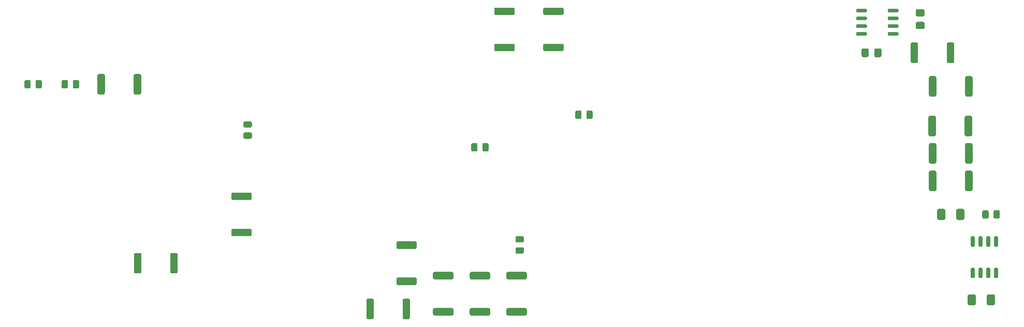
<source format=gbr>
%TF.GenerationSoftware,KiCad,Pcbnew,(5.1.10)-1*%
%TF.CreationDate,2021-11-03T21:28:22+01:00*%
%TF.ProjectId,Amplificatore,416d706c-6966-4696-9361-746f72652e6b,rev?*%
%TF.SameCoordinates,Original*%
%TF.FileFunction,Paste,Top*%
%TF.FilePolarity,Positive*%
%FSLAX46Y46*%
G04 Gerber Fmt 4.6, Leading zero omitted, Abs format (unit mm)*
G04 Created by KiCad (PCBNEW (5.1.10)-1) date 2021-11-03 21:28:22*
%MOMM*%
%LPD*%
G01*
G04 APERTURE LIST*
G04 APERTURE END LIST*
%TO.C,U4*%
G36*
G01*
X213245000Y-76880000D02*
X213545000Y-76880000D01*
G75*
G02*
X213695000Y-77030000I0J-150000D01*
G01*
X213695000Y-78480000D01*
G75*
G02*
X213545000Y-78630000I-150000J0D01*
G01*
X213245000Y-78630000D01*
G75*
G02*
X213095000Y-78480000I0J150000D01*
G01*
X213095000Y-77030000D01*
G75*
G02*
X213245000Y-76880000I150000J0D01*
G01*
G37*
G36*
G01*
X211975000Y-76880000D02*
X212275000Y-76880000D01*
G75*
G02*
X212425000Y-77030000I0J-150000D01*
G01*
X212425000Y-78480000D01*
G75*
G02*
X212275000Y-78630000I-150000J0D01*
G01*
X211975000Y-78630000D01*
G75*
G02*
X211825000Y-78480000I0J150000D01*
G01*
X211825000Y-77030000D01*
G75*
G02*
X211975000Y-76880000I150000J0D01*
G01*
G37*
G36*
G01*
X210705000Y-76880000D02*
X211005000Y-76880000D01*
G75*
G02*
X211155000Y-77030000I0J-150000D01*
G01*
X211155000Y-78480000D01*
G75*
G02*
X211005000Y-78630000I-150000J0D01*
G01*
X210705000Y-78630000D01*
G75*
G02*
X210555000Y-78480000I0J150000D01*
G01*
X210555000Y-77030000D01*
G75*
G02*
X210705000Y-76880000I150000J0D01*
G01*
G37*
G36*
G01*
X209435000Y-76880000D02*
X209735000Y-76880000D01*
G75*
G02*
X209885000Y-77030000I0J-150000D01*
G01*
X209885000Y-78480000D01*
G75*
G02*
X209735000Y-78630000I-150000J0D01*
G01*
X209435000Y-78630000D01*
G75*
G02*
X209285000Y-78480000I0J150000D01*
G01*
X209285000Y-77030000D01*
G75*
G02*
X209435000Y-76880000I150000J0D01*
G01*
G37*
G36*
G01*
X209435000Y-82030000D02*
X209735000Y-82030000D01*
G75*
G02*
X209885000Y-82180000I0J-150000D01*
G01*
X209885000Y-83630000D01*
G75*
G02*
X209735000Y-83780000I-150000J0D01*
G01*
X209435000Y-83780000D01*
G75*
G02*
X209285000Y-83630000I0J150000D01*
G01*
X209285000Y-82180000D01*
G75*
G02*
X209435000Y-82030000I150000J0D01*
G01*
G37*
G36*
G01*
X210705000Y-82030000D02*
X211005000Y-82030000D01*
G75*
G02*
X211155000Y-82180000I0J-150000D01*
G01*
X211155000Y-83630000D01*
G75*
G02*
X211005000Y-83780000I-150000J0D01*
G01*
X210705000Y-83780000D01*
G75*
G02*
X210555000Y-83630000I0J150000D01*
G01*
X210555000Y-82180000D01*
G75*
G02*
X210705000Y-82030000I150000J0D01*
G01*
G37*
G36*
G01*
X211975000Y-82030000D02*
X212275000Y-82030000D01*
G75*
G02*
X212425000Y-82180000I0J-150000D01*
G01*
X212425000Y-83630000D01*
G75*
G02*
X212275000Y-83780000I-150000J0D01*
G01*
X211975000Y-83780000D01*
G75*
G02*
X211825000Y-83630000I0J150000D01*
G01*
X211825000Y-82180000D01*
G75*
G02*
X211975000Y-82030000I150000J0D01*
G01*
G37*
G36*
G01*
X213245000Y-82030000D02*
X213545000Y-82030000D01*
G75*
G02*
X213695000Y-82180000I0J-150000D01*
G01*
X213695000Y-83630000D01*
G75*
G02*
X213545000Y-83780000I-150000J0D01*
G01*
X213245000Y-83780000D01*
G75*
G02*
X213095000Y-83630000I0J150000D01*
G01*
X213095000Y-82180000D01*
G75*
G02*
X213245000Y-82030000I150000J0D01*
G01*
G37*
%TD*%
%TO.C,R38*%
G36*
G01*
X211153000Y-73780001D02*
X211153000Y-72879999D01*
G75*
G02*
X211402999Y-72630000I249999J0D01*
G01*
X211928001Y-72630000D01*
G75*
G02*
X212178000Y-72879999I0J-249999D01*
G01*
X212178000Y-73780001D01*
G75*
G02*
X211928001Y-74030000I-249999J0D01*
G01*
X211402999Y-74030000D01*
G75*
G02*
X211153000Y-73780001I0J249999D01*
G01*
G37*
G36*
G01*
X212978000Y-73780001D02*
X212978000Y-72879999D01*
G75*
G02*
X213227999Y-72630000I249999J0D01*
G01*
X213753001Y-72630000D01*
G75*
G02*
X214003000Y-72879999I0J-249999D01*
G01*
X214003000Y-73780001D01*
G75*
G02*
X213753001Y-74030000I-249999J0D01*
G01*
X213227999Y-74030000D01*
G75*
G02*
X212978000Y-73780001I0J249999D01*
G01*
G37*
%TD*%
%TO.C,C33*%
G36*
G01*
X203765000Y-73980001D02*
X203765000Y-72679999D01*
G75*
G02*
X204014999Y-72430000I249999J0D01*
G01*
X204840001Y-72430000D01*
G75*
G02*
X205090000Y-72679999I0J-249999D01*
G01*
X205090000Y-73980001D01*
G75*
G02*
X204840001Y-74230000I-249999J0D01*
G01*
X204014999Y-74230000D01*
G75*
G02*
X203765000Y-73980001I0J249999D01*
G01*
G37*
G36*
G01*
X206890000Y-73980001D02*
X206890000Y-72679999D01*
G75*
G02*
X207139999Y-72430000I249999J0D01*
G01*
X207965001Y-72430000D01*
G75*
G02*
X208215000Y-72679999I0J-249999D01*
G01*
X208215000Y-73980001D01*
G75*
G02*
X207965001Y-74230000I-249999J0D01*
G01*
X207139999Y-74230000D01*
G75*
G02*
X206890000Y-73980001I0J249999D01*
G01*
G37*
%TD*%
%TO.C,C32*%
G36*
G01*
X213215000Y-86679999D02*
X213215000Y-87980001D01*
G75*
G02*
X212965001Y-88230000I-249999J0D01*
G01*
X212139999Y-88230000D01*
G75*
G02*
X211890000Y-87980001I0J249999D01*
G01*
X211890000Y-86679999D01*
G75*
G02*
X212139999Y-86430000I249999J0D01*
G01*
X212965001Y-86430000D01*
G75*
G02*
X213215000Y-86679999I0J-249999D01*
G01*
G37*
G36*
G01*
X210090000Y-86679999D02*
X210090000Y-87980001D01*
G75*
G02*
X209840001Y-88230000I-249999J0D01*
G01*
X209014999Y-88230000D01*
G75*
G02*
X208765000Y-87980001I0J249999D01*
G01*
X208765000Y-86679999D01*
G75*
G02*
X209014999Y-86430000I249999J0D01*
G01*
X209840001Y-86430000D01*
G75*
G02*
X210090000Y-86679999I0J-249999D01*
G01*
G37*
%TD*%
%TO.C,R36*%
G36*
G01*
X202415000Y-53755000D02*
X202415000Y-50905000D01*
G75*
G02*
X202665000Y-50655000I250000J0D01*
G01*
X203390000Y-50655000D01*
G75*
G02*
X203640000Y-50905000I0J-250000D01*
G01*
X203640000Y-53755000D01*
G75*
G02*
X203390000Y-54005000I-250000J0D01*
G01*
X202665000Y-54005000D01*
G75*
G02*
X202415000Y-53755000I0J250000D01*
G01*
G37*
G36*
G01*
X208340000Y-53755000D02*
X208340000Y-50905000D01*
G75*
G02*
X208590000Y-50655000I250000J0D01*
G01*
X209315000Y-50655000D01*
G75*
G02*
X209565000Y-50905000I0J-250000D01*
G01*
X209565000Y-53755000D01*
G75*
G02*
X209315000Y-54005000I-250000J0D01*
G01*
X208590000Y-54005000D01*
G75*
G02*
X208340000Y-53755000I0J250000D01*
G01*
G37*
%TD*%
%TO.C,C24*%
G36*
G01*
X200515000Y-39705000D02*
X201465000Y-39705000D01*
G75*
G02*
X201715000Y-39955000I0J-250000D01*
G01*
X201715000Y-40630000D01*
G75*
G02*
X201465000Y-40880000I-250000J0D01*
G01*
X200515000Y-40880000D01*
G75*
G02*
X200265000Y-40630000I0J250000D01*
G01*
X200265000Y-39955000D01*
G75*
G02*
X200515000Y-39705000I250000J0D01*
G01*
G37*
G36*
G01*
X200515000Y-41780000D02*
X201465000Y-41780000D01*
G75*
G02*
X201715000Y-42030000I0J-250000D01*
G01*
X201715000Y-42705000D01*
G75*
G02*
X201465000Y-42955000I-250000J0D01*
G01*
X200515000Y-42955000D01*
G75*
G02*
X200265000Y-42705000I0J250000D01*
G01*
X200265000Y-42030000D01*
G75*
G02*
X200515000Y-41780000I250000J0D01*
G01*
G37*
%TD*%
%TO.C,C23*%
G36*
G01*
X191403000Y-47305000D02*
X191403000Y-46355000D01*
G75*
G02*
X191653000Y-46105000I250000J0D01*
G01*
X192328000Y-46105000D01*
G75*
G02*
X192578000Y-46355000I0J-250000D01*
G01*
X192578000Y-47305000D01*
G75*
G02*
X192328000Y-47555000I-250000J0D01*
G01*
X191653000Y-47555000D01*
G75*
G02*
X191403000Y-47305000I0J250000D01*
G01*
G37*
G36*
G01*
X193478000Y-47305000D02*
X193478000Y-46355000D01*
G75*
G02*
X193728000Y-46105000I250000J0D01*
G01*
X194403000Y-46105000D01*
G75*
G02*
X194653000Y-46355000I0J-250000D01*
G01*
X194653000Y-47305000D01*
G75*
G02*
X194403000Y-47555000I-250000J0D01*
G01*
X193728000Y-47555000D01*
G75*
G02*
X193478000Y-47305000I0J250000D01*
G01*
G37*
%TD*%
%TO.C,U3*%
G36*
G01*
X190540000Y-40075000D02*
X190540000Y-39775000D01*
G75*
G02*
X190690000Y-39625000I150000J0D01*
G01*
X192140000Y-39625000D01*
G75*
G02*
X192290000Y-39775000I0J-150000D01*
G01*
X192290000Y-40075000D01*
G75*
G02*
X192140000Y-40225000I-150000J0D01*
G01*
X190690000Y-40225000D01*
G75*
G02*
X190540000Y-40075000I0J150000D01*
G01*
G37*
G36*
G01*
X190540000Y-41345000D02*
X190540000Y-41045000D01*
G75*
G02*
X190690000Y-40895000I150000J0D01*
G01*
X192140000Y-40895000D01*
G75*
G02*
X192290000Y-41045000I0J-150000D01*
G01*
X192290000Y-41345000D01*
G75*
G02*
X192140000Y-41495000I-150000J0D01*
G01*
X190690000Y-41495000D01*
G75*
G02*
X190540000Y-41345000I0J150000D01*
G01*
G37*
G36*
G01*
X190540000Y-42615000D02*
X190540000Y-42315000D01*
G75*
G02*
X190690000Y-42165000I150000J0D01*
G01*
X192140000Y-42165000D01*
G75*
G02*
X192290000Y-42315000I0J-150000D01*
G01*
X192290000Y-42615000D01*
G75*
G02*
X192140000Y-42765000I-150000J0D01*
G01*
X190690000Y-42765000D01*
G75*
G02*
X190540000Y-42615000I0J150000D01*
G01*
G37*
G36*
G01*
X190540000Y-43885000D02*
X190540000Y-43585000D01*
G75*
G02*
X190690000Y-43435000I150000J0D01*
G01*
X192140000Y-43435000D01*
G75*
G02*
X192290000Y-43585000I0J-150000D01*
G01*
X192290000Y-43885000D01*
G75*
G02*
X192140000Y-44035000I-150000J0D01*
G01*
X190690000Y-44035000D01*
G75*
G02*
X190540000Y-43885000I0J150000D01*
G01*
G37*
G36*
G01*
X195690000Y-43885000D02*
X195690000Y-43585000D01*
G75*
G02*
X195840000Y-43435000I150000J0D01*
G01*
X197290000Y-43435000D01*
G75*
G02*
X197440000Y-43585000I0J-150000D01*
G01*
X197440000Y-43885000D01*
G75*
G02*
X197290000Y-44035000I-150000J0D01*
G01*
X195840000Y-44035000D01*
G75*
G02*
X195690000Y-43885000I0J150000D01*
G01*
G37*
G36*
G01*
X195690000Y-42615000D02*
X195690000Y-42315000D01*
G75*
G02*
X195840000Y-42165000I150000J0D01*
G01*
X197290000Y-42165000D01*
G75*
G02*
X197440000Y-42315000I0J-150000D01*
G01*
X197440000Y-42615000D01*
G75*
G02*
X197290000Y-42765000I-150000J0D01*
G01*
X195840000Y-42765000D01*
G75*
G02*
X195690000Y-42615000I0J150000D01*
G01*
G37*
G36*
G01*
X195690000Y-41345000D02*
X195690000Y-41045000D01*
G75*
G02*
X195840000Y-40895000I150000J0D01*
G01*
X197290000Y-40895000D01*
G75*
G02*
X197440000Y-41045000I0J-150000D01*
G01*
X197440000Y-41345000D01*
G75*
G02*
X197290000Y-41495000I-150000J0D01*
G01*
X195840000Y-41495000D01*
G75*
G02*
X195690000Y-41345000I0J150000D01*
G01*
G37*
G36*
G01*
X195690000Y-40075000D02*
X195690000Y-39775000D01*
G75*
G02*
X195840000Y-39625000I150000J0D01*
G01*
X197290000Y-39625000D01*
G75*
G02*
X197440000Y-39775000I0J-150000D01*
G01*
X197440000Y-40075000D01*
G75*
G02*
X197290000Y-40225000I-150000J0D01*
G01*
X195840000Y-40225000D01*
G75*
G02*
X195690000Y-40075000I0J150000D01*
G01*
G37*
%TD*%
%TO.C,R34*%
G36*
G01*
X202415000Y-69255000D02*
X202415000Y-66405000D01*
G75*
G02*
X202665000Y-66155000I250000J0D01*
G01*
X203390000Y-66155000D01*
G75*
G02*
X203640000Y-66405000I0J-250000D01*
G01*
X203640000Y-69255000D01*
G75*
G02*
X203390000Y-69505000I-250000J0D01*
G01*
X202665000Y-69505000D01*
G75*
G02*
X202415000Y-69255000I0J250000D01*
G01*
G37*
G36*
G01*
X208340000Y-69255000D02*
X208340000Y-66405000D01*
G75*
G02*
X208590000Y-66155000I250000J0D01*
G01*
X209315000Y-66155000D01*
G75*
G02*
X209565000Y-66405000I0J-250000D01*
G01*
X209565000Y-69255000D01*
G75*
G02*
X209315000Y-69505000I-250000J0D01*
G01*
X208590000Y-69505000D01*
G75*
G02*
X208340000Y-69255000I0J250000D01*
G01*
G37*
%TD*%
%TO.C,R33*%
G36*
G01*
X202415000Y-64755000D02*
X202415000Y-61905000D01*
G75*
G02*
X202665000Y-61655000I250000J0D01*
G01*
X203390000Y-61655000D01*
G75*
G02*
X203640000Y-61905000I0J-250000D01*
G01*
X203640000Y-64755000D01*
G75*
G02*
X203390000Y-65005000I-250000J0D01*
G01*
X202665000Y-65005000D01*
G75*
G02*
X202415000Y-64755000I0J250000D01*
G01*
G37*
G36*
G01*
X208340000Y-64755000D02*
X208340000Y-61905000D01*
G75*
G02*
X208590000Y-61655000I250000J0D01*
G01*
X209315000Y-61655000D01*
G75*
G02*
X209565000Y-61905000I0J-250000D01*
G01*
X209565000Y-64755000D01*
G75*
G02*
X209315000Y-65005000I-250000J0D01*
G01*
X208590000Y-65005000D01*
G75*
G02*
X208340000Y-64755000I0J250000D01*
G01*
G37*
%TD*%
%TO.C,R32*%
G36*
G01*
X202345000Y-60255000D02*
X202345000Y-57405000D01*
G75*
G02*
X202595000Y-57155000I250000J0D01*
G01*
X203320000Y-57155000D01*
G75*
G02*
X203570000Y-57405000I0J-250000D01*
G01*
X203570000Y-60255000D01*
G75*
G02*
X203320000Y-60505000I-250000J0D01*
G01*
X202595000Y-60505000D01*
G75*
G02*
X202345000Y-60255000I0J250000D01*
G01*
G37*
G36*
G01*
X208270000Y-60255000D02*
X208270000Y-57405000D01*
G75*
G02*
X208520000Y-57155000I250000J0D01*
G01*
X209245000Y-57155000D01*
G75*
G02*
X209495000Y-57405000I0J-250000D01*
G01*
X209495000Y-60255000D01*
G75*
G02*
X209245000Y-60505000I-250000J0D01*
G01*
X208520000Y-60505000D01*
G75*
G02*
X208270000Y-60255000I0J250000D01*
G01*
G37*
%TD*%
%TO.C,R31*%
G36*
G01*
X206565000Y-45405000D02*
X206565000Y-48255000D01*
G75*
G02*
X206315000Y-48505000I-250000J0D01*
G01*
X205590000Y-48505000D01*
G75*
G02*
X205340000Y-48255000I0J250000D01*
G01*
X205340000Y-45405000D01*
G75*
G02*
X205590000Y-45155000I250000J0D01*
G01*
X206315000Y-45155000D01*
G75*
G02*
X206565000Y-45405000I0J-250000D01*
G01*
G37*
G36*
G01*
X200640000Y-45405000D02*
X200640000Y-48255000D01*
G75*
G02*
X200390000Y-48505000I-250000J0D01*
G01*
X199665000Y-48505000D01*
G75*
G02*
X199415000Y-48255000I0J250000D01*
G01*
X199415000Y-45405000D01*
G75*
G02*
X199665000Y-45155000I250000J0D01*
G01*
X200390000Y-45155000D01*
G75*
G02*
X200640000Y-45405000I0J-250000D01*
G01*
G37*
%TD*%
%TO.C,R24*%
G36*
G01*
X139575000Y-39425000D02*
X142425000Y-39425000D01*
G75*
G02*
X142675000Y-39675000I0J-250000D01*
G01*
X142675000Y-40400000D01*
G75*
G02*
X142425000Y-40650000I-250000J0D01*
G01*
X139575000Y-40650000D01*
G75*
G02*
X139325000Y-40400000I0J250000D01*
G01*
X139325000Y-39675000D01*
G75*
G02*
X139575000Y-39425000I250000J0D01*
G01*
G37*
G36*
G01*
X139575000Y-45350000D02*
X142425000Y-45350000D01*
G75*
G02*
X142675000Y-45600000I0J-250000D01*
G01*
X142675000Y-46325000D01*
G75*
G02*
X142425000Y-46575000I-250000J0D01*
G01*
X139575000Y-46575000D01*
G75*
G02*
X139325000Y-46325000I0J250000D01*
G01*
X139325000Y-45600000D01*
G75*
G02*
X139575000Y-45350000I250000J0D01*
G01*
G37*
%TD*%
%TO.C,R23*%
G36*
G01*
X135039999Y-76905000D02*
X135940001Y-76905000D01*
G75*
G02*
X136190000Y-77154999I0J-249999D01*
G01*
X136190000Y-77680001D01*
G75*
G02*
X135940001Y-77930000I-249999J0D01*
G01*
X135039999Y-77930000D01*
G75*
G02*
X134790000Y-77680001I0J249999D01*
G01*
X134790000Y-77154999D01*
G75*
G02*
X135039999Y-76905000I249999J0D01*
G01*
G37*
G36*
G01*
X135039999Y-78730000D02*
X135940001Y-78730000D01*
G75*
G02*
X136190000Y-78979999I0J-249999D01*
G01*
X136190000Y-79505001D01*
G75*
G02*
X135940001Y-79755000I-249999J0D01*
G01*
X135039999Y-79755000D01*
G75*
G02*
X134790000Y-79505001I0J249999D01*
G01*
X134790000Y-78979999D01*
G75*
G02*
X135039999Y-78730000I249999J0D01*
G01*
G37*
%TD*%
%TO.C,R2*%
G36*
G01*
X60575000Y-52450001D02*
X60575000Y-51549999D01*
G75*
G02*
X60824999Y-51300000I249999J0D01*
G01*
X61350001Y-51300000D01*
G75*
G02*
X61600000Y-51549999I0J-249999D01*
G01*
X61600000Y-52450001D01*
G75*
G02*
X61350001Y-52700000I-249999J0D01*
G01*
X60824999Y-52700000D01*
G75*
G02*
X60575000Y-52450001I0J249999D01*
G01*
G37*
G36*
G01*
X62400000Y-52450001D02*
X62400000Y-51549999D01*
G75*
G02*
X62649999Y-51300000I249999J0D01*
G01*
X63175001Y-51300000D01*
G75*
G02*
X63425000Y-51549999I0J-249999D01*
G01*
X63425000Y-52450001D01*
G75*
G02*
X63175001Y-52700000I-249999J0D01*
G01*
X62649999Y-52700000D01*
G75*
G02*
X62400000Y-52450001I0J249999D01*
G01*
G37*
%TD*%
%TO.C,R20*%
G36*
G01*
X133565000Y-82755000D02*
X136415000Y-82755000D01*
G75*
G02*
X136665000Y-83005000I0J-250000D01*
G01*
X136665000Y-83730000D01*
G75*
G02*
X136415000Y-83980000I-250000J0D01*
G01*
X133565000Y-83980000D01*
G75*
G02*
X133315000Y-83730000I0J250000D01*
G01*
X133315000Y-83005000D01*
G75*
G02*
X133565000Y-82755000I250000J0D01*
G01*
G37*
G36*
G01*
X133565000Y-88680000D02*
X136415000Y-88680000D01*
G75*
G02*
X136665000Y-88930000I0J-250000D01*
G01*
X136665000Y-89655000D01*
G75*
G02*
X136415000Y-89905000I-250000J0D01*
G01*
X133565000Y-89905000D01*
G75*
G02*
X133315000Y-89655000I0J250000D01*
G01*
X133315000Y-88930000D01*
G75*
G02*
X133565000Y-88680000I250000J0D01*
G01*
G37*
%TD*%
%TO.C,R19*%
G36*
G01*
X127565000Y-82755000D02*
X130415000Y-82755000D01*
G75*
G02*
X130665000Y-83005000I0J-250000D01*
G01*
X130665000Y-83730000D01*
G75*
G02*
X130415000Y-83980000I-250000J0D01*
G01*
X127565000Y-83980000D01*
G75*
G02*
X127315000Y-83730000I0J250000D01*
G01*
X127315000Y-83005000D01*
G75*
G02*
X127565000Y-82755000I250000J0D01*
G01*
G37*
G36*
G01*
X127565000Y-88680000D02*
X130415000Y-88680000D01*
G75*
G02*
X130665000Y-88930000I0J-250000D01*
G01*
X130665000Y-89655000D01*
G75*
G02*
X130415000Y-89905000I-250000J0D01*
G01*
X127565000Y-89905000D01*
G75*
G02*
X127315000Y-89655000I0J250000D01*
G01*
X127315000Y-88930000D01*
G75*
G02*
X127565000Y-88680000I250000J0D01*
G01*
G37*
%TD*%
%TO.C,R18*%
G36*
G01*
X118415000Y-84905000D02*
X115565000Y-84905000D01*
G75*
G02*
X115315000Y-84655000I0J250000D01*
G01*
X115315000Y-83930000D01*
G75*
G02*
X115565000Y-83680000I250000J0D01*
G01*
X118415000Y-83680000D01*
G75*
G02*
X118665000Y-83930000I0J-250000D01*
G01*
X118665000Y-84655000D01*
G75*
G02*
X118415000Y-84905000I-250000J0D01*
G01*
G37*
G36*
G01*
X118415000Y-78980000D02*
X115565000Y-78980000D01*
G75*
G02*
X115315000Y-78730000I0J250000D01*
G01*
X115315000Y-78005000D01*
G75*
G02*
X115565000Y-77755000I250000J0D01*
G01*
X118415000Y-77755000D01*
G75*
G02*
X118665000Y-78005000I0J-250000D01*
G01*
X118665000Y-78730000D01*
G75*
G02*
X118415000Y-78980000I-250000J0D01*
G01*
G37*
%TD*%
%TO.C,R17*%
G36*
G01*
X131575000Y-45350000D02*
X134425000Y-45350000D01*
G75*
G02*
X134675000Y-45600000I0J-250000D01*
G01*
X134675000Y-46325000D01*
G75*
G02*
X134425000Y-46575000I-250000J0D01*
G01*
X131575000Y-46575000D01*
G75*
G02*
X131325000Y-46325000I0J250000D01*
G01*
X131325000Y-45600000D01*
G75*
G02*
X131575000Y-45350000I250000J0D01*
G01*
G37*
G36*
G01*
X131575000Y-39425000D02*
X134425000Y-39425000D01*
G75*
G02*
X134675000Y-39675000I0J-250000D01*
G01*
X134675000Y-40400000D01*
G75*
G02*
X134425000Y-40650000I-250000J0D01*
G01*
X131575000Y-40650000D01*
G75*
G02*
X131325000Y-40400000I0J250000D01*
G01*
X131325000Y-39675000D01*
G75*
G02*
X131575000Y-39425000I250000J0D01*
G01*
G37*
%TD*%
%TO.C,R16*%
G36*
G01*
X146400000Y-57450001D02*
X146400000Y-56549999D01*
G75*
G02*
X146649999Y-56300000I249999J0D01*
G01*
X147175001Y-56300000D01*
G75*
G02*
X147425000Y-56549999I0J-249999D01*
G01*
X147425000Y-57450001D01*
G75*
G02*
X147175001Y-57700000I-249999J0D01*
G01*
X146649999Y-57700000D01*
G75*
G02*
X146400000Y-57450001I0J249999D01*
G01*
G37*
G36*
G01*
X144575000Y-57450001D02*
X144575000Y-56549999D01*
G75*
G02*
X144824999Y-56300000I249999J0D01*
G01*
X145350001Y-56300000D01*
G75*
G02*
X145600000Y-56549999I0J-249999D01*
G01*
X145600000Y-57450001D01*
G75*
G02*
X145350001Y-57700000I-249999J0D01*
G01*
X144824999Y-57700000D01*
G75*
G02*
X144575000Y-57450001I0J249999D01*
G01*
G37*
%TD*%
%TO.C,R15*%
G36*
G01*
X127565000Y-62780001D02*
X127565000Y-61879999D01*
G75*
G02*
X127814999Y-61630000I249999J0D01*
G01*
X128340001Y-61630000D01*
G75*
G02*
X128590000Y-61879999I0J-249999D01*
G01*
X128590000Y-62780001D01*
G75*
G02*
X128340001Y-63030000I-249999J0D01*
G01*
X127814999Y-63030000D01*
G75*
G02*
X127565000Y-62780001I0J249999D01*
G01*
G37*
G36*
G01*
X129390000Y-62780001D02*
X129390000Y-61879999D01*
G75*
G02*
X129639999Y-61630000I249999J0D01*
G01*
X130165001Y-61630000D01*
G75*
G02*
X130415000Y-61879999I0J-249999D01*
G01*
X130415000Y-62780001D01*
G75*
G02*
X130165001Y-63030000I-249999J0D01*
G01*
X129639999Y-63030000D01*
G75*
G02*
X129390000Y-62780001I0J249999D01*
G01*
G37*
%TD*%
%TO.C,R13*%
G36*
G01*
X121565000Y-82755000D02*
X124415000Y-82755000D01*
G75*
G02*
X124665000Y-83005000I0J-250000D01*
G01*
X124665000Y-83730000D01*
G75*
G02*
X124415000Y-83980000I-250000J0D01*
G01*
X121565000Y-83980000D01*
G75*
G02*
X121315000Y-83730000I0J250000D01*
G01*
X121315000Y-83005000D01*
G75*
G02*
X121565000Y-82755000I250000J0D01*
G01*
G37*
G36*
G01*
X121565000Y-88680000D02*
X124415000Y-88680000D01*
G75*
G02*
X124665000Y-88930000I0J-250000D01*
G01*
X124665000Y-89655000D01*
G75*
G02*
X124415000Y-89905000I-250000J0D01*
G01*
X121565000Y-89905000D01*
G75*
G02*
X121315000Y-89655000I0J250000D01*
G01*
X121315000Y-88930000D01*
G75*
G02*
X121565000Y-88680000I250000J0D01*
G01*
G37*
%TD*%
%TO.C,R12*%
G36*
G01*
X117565000Y-87405000D02*
X117565000Y-90255000D01*
G75*
G02*
X117315000Y-90505000I-250000J0D01*
G01*
X116590000Y-90505000D01*
G75*
G02*
X116340000Y-90255000I0J250000D01*
G01*
X116340000Y-87405000D01*
G75*
G02*
X116590000Y-87155000I250000J0D01*
G01*
X117315000Y-87155000D01*
G75*
G02*
X117565000Y-87405000I0J-250000D01*
G01*
G37*
G36*
G01*
X111640000Y-87405000D02*
X111640000Y-90255000D01*
G75*
G02*
X111390000Y-90505000I-250000J0D01*
G01*
X110665000Y-90505000D01*
G75*
G02*
X110415000Y-90255000I0J250000D01*
G01*
X110415000Y-87405000D01*
G75*
G02*
X110665000Y-87155000I250000J0D01*
G01*
X111390000Y-87155000D01*
G75*
G02*
X111640000Y-87405000I0J-250000D01*
G01*
G37*
%TD*%
%TO.C,R11*%
G36*
G01*
X91415000Y-70980000D02*
X88565000Y-70980000D01*
G75*
G02*
X88315000Y-70730000I0J250000D01*
G01*
X88315000Y-70005000D01*
G75*
G02*
X88565000Y-69755000I250000J0D01*
G01*
X91415000Y-69755000D01*
G75*
G02*
X91665000Y-70005000I0J-250000D01*
G01*
X91665000Y-70730000D01*
G75*
G02*
X91415000Y-70980000I-250000J0D01*
G01*
G37*
G36*
G01*
X91415000Y-76905000D02*
X88565000Y-76905000D01*
G75*
G02*
X88315000Y-76655000I0J250000D01*
G01*
X88315000Y-75930000D01*
G75*
G02*
X88565000Y-75680000I250000J0D01*
G01*
X91415000Y-75680000D01*
G75*
G02*
X91665000Y-75930000I0J-250000D01*
G01*
X91665000Y-76655000D01*
G75*
G02*
X91415000Y-76905000I-250000J0D01*
G01*
G37*
%TD*%
%TO.C,R10*%
G36*
G01*
X73640000Y-79905000D02*
X73640000Y-82755000D01*
G75*
G02*
X73390000Y-83005000I-250000J0D01*
G01*
X72665000Y-83005000D01*
G75*
G02*
X72415000Y-82755000I0J250000D01*
G01*
X72415000Y-79905000D01*
G75*
G02*
X72665000Y-79655000I250000J0D01*
G01*
X73390000Y-79655000D01*
G75*
G02*
X73640000Y-79905000I0J-250000D01*
G01*
G37*
G36*
G01*
X79565000Y-79905000D02*
X79565000Y-82755000D01*
G75*
G02*
X79315000Y-83005000I-250000J0D01*
G01*
X78590000Y-83005000D01*
G75*
G02*
X78340000Y-82755000I0J250000D01*
G01*
X78340000Y-79905000D01*
G75*
G02*
X78590000Y-79655000I250000J0D01*
G01*
X79315000Y-79655000D01*
G75*
G02*
X79565000Y-79905000I0J-250000D01*
G01*
G37*
%TD*%
%TO.C,R4*%
G36*
G01*
X72350000Y-53425000D02*
X72350000Y-50575000D01*
G75*
G02*
X72600000Y-50325000I250000J0D01*
G01*
X73325000Y-50325000D01*
G75*
G02*
X73575000Y-50575000I0J-250000D01*
G01*
X73575000Y-53425000D01*
G75*
G02*
X73325000Y-53675000I-250000J0D01*
G01*
X72600000Y-53675000D01*
G75*
G02*
X72350000Y-53425000I0J250000D01*
G01*
G37*
G36*
G01*
X66425000Y-53425000D02*
X66425000Y-50575000D01*
G75*
G02*
X66675000Y-50325000I250000J0D01*
G01*
X67400000Y-50325000D01*
G75*
G02*
X67650000Y-50575000I0J-250000D01*
G01*
X67650000Y-53425000D01*
G75*
G02*
X67400000Y-53675000I-250000J0D01*
G01*
X66675000Y-53675000D01*
G75*
G02*
X66425000Y-53425000I0J250000D01*
G01*
G37*
%TD*%
%TO.C,R1*%
G36*
G01*
X57337500Y-51549999D02*
X57337500Y-52450001D01*
G75*
G02*
X57087501Y-52700000I-249999J0D01*
G01*
X56562499Y-52700000D01*
G75*
G02*
X56312500Y-52450001I0J249999D01*
G01*
X56312500Y-51549999D01*
G75*
G02*
X56562499Y-51300000I249999J0D01*
G01*
X57087501Y-51300000D01*
G75*
G02*
X57337500Y-51549999I0J-249999D01*
G01*
G37*
G36*
G01*
X55512500Y-51549999D02*
X55512500Y-52450001D01*
G75*
G02*
X55262501Y-52700000I-249999J0D01*
G01*
X54737499Y-52700000D01*
G75*
G02*
X54487500Y-52450001I0J249999D01*
G01*
X54487500Y-51549999D01*
G75*
G02*
X54737499Y-51300000I249999J0D01*
G01*
X55262501Y-51300000D01*
G75*
G02*
X55512500Y-51549999I0J-249999D01*
G01*
G37*
%TD*%
%TO.C,R3*%
G36*
G01*
X90549999Y-58075000D02*
X91450001Y-58075000D01*
G75*
G02*
X91700000Y-58324999I0J-249999D01*
G01*
X91700000Y-58850001D01*
G75*
G02*
X91450001Y-59100000I-249999J0D01*
G01*
X90549999Y-59100000D01*
G75*
G02*
X90300000Y-58850001I0J249999D01*
G01*
X90300000Y-58324999D01*
G75*
G02*
X90549999Y-58075000I249999J0D01*
G01*
G37*
G36*
G01*
X90549999Y-59900000D02*
X91450001Y-59900000D01*
G75*
G02*
X91700000Y-60149999I0J-249999D01*
G01*
X91700000Y-60675001D01*
G75*
G02*
X91450001Y-60925000I-249999J0D01*
G01*
X90549999Y-60925000D01*
G75*
G02*
X90300000Y-60675001I0J249999D01*
G01*
X90300000Y-60149999D01*
G75*
G02*
X90549999Y-59900000I249999J0D01*
G01*
G37*
%TD*%
M02*

</source>
